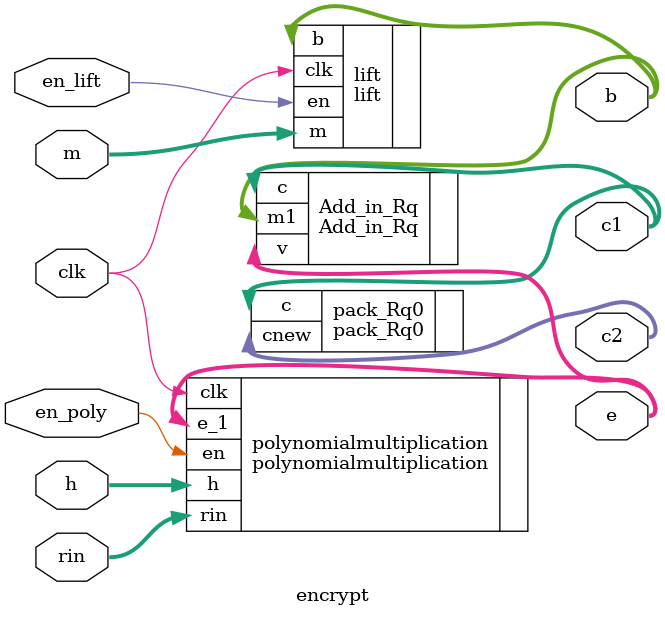
<source format=sv>
module encrypt #(parameter NUMS_OF_A_TER=700*2, parameter NUMS_OF_A_SQ=700*13)
(
input logic clk,
input logic en_lift,en_poly,
input logic [4:1] m,
input logic [2:1]rin,
input logic [NUMS_OF_A_SQ+13:1] h,
output logic [NUMS_OF_A_SQ+13:1] b,
output logic [NUMS_OF_A_SQ+13:1] e,c1,
output logic [NUMS_OF_A_SQ+4:1] c2
);

lift lift (.clk(clk),.en(en_lift),.m(m),.b(b));
polynomialmultiplication polynomialmultiplication (.clk(clk),.en(en_poly),.rin(rin),.h(h),.e_1(e));
Add_in_Rq Add_in_Rq (.v(e),.m1(b),.c(c1));
pack_Rq0 pack_Rq0 (.c(c1),.cnew(c2));

endmodule
</source>
